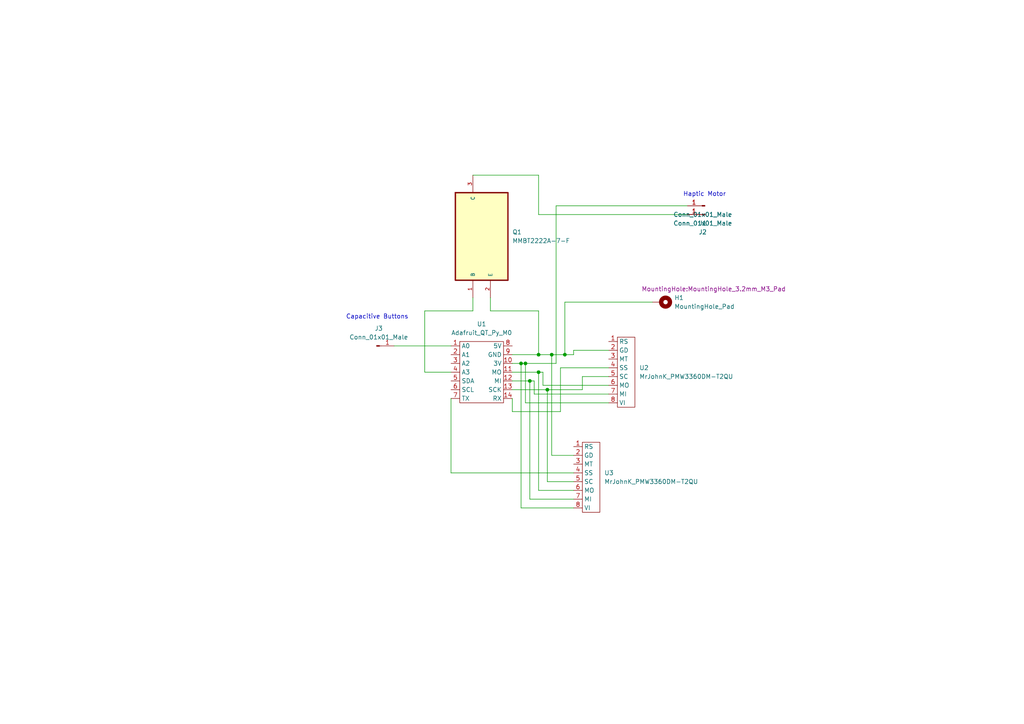
<source format=kicad_sch>
(kicad_sch (version 20211123) (generator eeschema)
  (paper "A4")
  (title_block (title "Claw Trackball") (date "2022-11-10") (rev "v01") (comment 1 "Author: Jim Palmer") (comment 2 "License: MIT"))
  (lib_symbols
    (symbol "Adafruit QT Py M0:Adafruit_QT_Py_M0"
      (property "Reference" "U" (at 0 10.16 0))
      (property "Value" "Adafruit_QT_Py_M0" (at 0 -10.16 0))
      (symbol "Adafruit_QT_Py_M0_0_1"
        (rectangle (start -6.35 8.89) (end 6.35 -8.89))
      )
      (symbol "Adafruit_QT_Py_M0_1_1"
        (pin input line (at -8.89 7.62 0) (length 2.54) (name "A0") (number "1"))
        (pin power_out line (at 8.89 2.54 180) (length 2.54) (name "3V") (number "10"))
        (pin input line (at 8.89 0 180) (length 2.54) (name "MO") (number "11"))
        (pin input line (at 8.89 -2.54 180) (length 2.54) (name "MI") (number "12"))
        (pin input line (at 8.89 -5.08 180) (length 2.54) (name "SCK") (number "13"))
        (pin input line (at 8.89 -7.62 180) (length 2.54) (name "RX") (number "14"))
        (pin input line (at -8.89 5.08 0) (length 2.54) (name "A1") (number "2"))
        (pin input line (at -8.89 2.54 0) (length 2.54) (name "A2") (number "3"))
        (pin input line (at -8.89 0 0) (length 2.54) (name "A3") (number "4"))
        (pin input line (at -8.89 -2.54 0) (length 2.54) (name "SDA") (number "5"))
        (pin input line (at -8.89 -5.08 0) (length 2.54) (name "SCL") (number "6"))
        (pin input line (at -8.89 -7.62 0) (length 2.54) (name "TX") (number "7"))
        (pin power_out line (at 8.89 7.62 180) (length 2.54) (name "5V") (number "8"))
        (pin input line (at 8.89 5.08 180) (length 2.54) (name "GND") (number "9"))
      )
    )
    (symbol "Adafruit QT Py M0:MrJohnK_PMW3360DM-T2QU"
      (property "Reference" "U" (at 0 11.43 0))
      (property "Value" "MrJohnK_PMW3360DM-T2QU" (at 3.81 0 90))
      (symbol "MrJohnK_PMW3360DM-T2QU_0_1"
        (rectangle (start -2.54 10.16) (end 2.54 -10.16))
      )
      (symbol "MrJohnK_PMW3360DM-T2QU_1_1"
        (pin input line (at -5.08 8.89 0) (length 2.54) (name "RS") (number "1"))
        (pin input line (at -5.08 6.35 0) (length 2.54) (name "GD") (number "2"))
        (pin input line (at -5.08 3.81 0) (length 2.54) (name "MT") (number "3"))
        (pin input line (at -5.08 1.27 0) (length 2.54) (name "SS") (number "4"))
        (pin input line (at -5.08 -1.27 0) (length 2.54) (name "SC") (number "5"))
        (pin input line (at -5.08 -3.81 0) (length 2.54) (name "MO") (number "6"))
        (pin input line (at -5.08 -6.35 0) (length 2.54) (name "MI") (number "7"))
        (pin power_in line (at -5.08 -8.89 0) (length 2.54) (name "VI") (number "8"))
      )
    )
    (symbol "Connector:Conn_01x01_Male" (pin_names (offset 1.016) hide)
      (property "Reference" "J" (at 0 2.54 0))
      (property "Value" "Conn_01x01_Male" (at 0 -2.54 0))
      (symbol "Conn_01x01_Male_1_1"
        (polyline (pts (xy 1.27 0) (xy 0.8636 0)) (stroke (width 0.1524)))
        (rectangle (start 0.8636 0.127) (end 0 -0.127) (stroke (width 0.1524)) (fill (type outline)))
        (pin passive line (at 5.08 0 180) (length 3.81) (name "Pin_1") (number "1"))
      )
    )
    (symbol "MMBT2222A-7-F:MMBT2222A-7-F" (pin_names (offset 1.016))
      (property "Reference" "Q" (at -8.89 6.35 0))
      (property "Value" "MMBT2222A-7-F" (at -3.2766 -14.8336 0))
      (symbol "MMBT2222A-7-F_0_0"
        (rectangle (start -12.7 -10.16) (end 12.7 5.08) (stroke (width 0.4064)) (fill (type background)))
        (pin input line (at -17.78 0 0) (length 5.08) (name "B") (number "1"))
        (pin passive line (at -17.78 -5.08 0) (length 5.08) (name "E") (number "2"))
        (pin output line (at 17.78 0 180) (length 5.08) (name "C") (number "3"))
      )
    )
    (symbol "Mechanical:MountingHole_Pad" (pin_numbers hide) (pin_names (offset 1.016) hide)
      (property "Reference" "H" (at 0 6.35 0))
      (property "Value" "MountingHole_Pad" (at 0 4.445 0))
      (symbol "MountingHole_Pad_0_1"
        (circle (center 0 1.27) (radius 1.27) (stroke (width 1.27)))
      )
      (symbol "MountingHole_Pad_1_1"
        (pin input line (at 0 -2.54 90) (length 2.54) (name "1") (number "1"))
      )
    )
  )
  (junction (at 158.75 113.03))
  (junction (at 156.21 107.95))
  (junction (at 151.13 105.41))
  (junction (at 152.4 105.41))
  (junction (at 163.83 102.87))
  (junction (at 160.02 102.87))
  (junction (at 156.21 102.87))
  (junction (at 153.67 110.49))
  (wire (pts (xy 176.53 114.3) (xy 154.94 114.3)))
  (wire (pts (xy 137.16 86.36) (xy 137.16 90.17)))
  (wire (pts (xy 148.59 105.41) (xy 151.13 105.41)))
  (wire (pts (xy 166.37 139.7) (xy 158.75 139.7)))
  (wire (pts (xy 163.83 87.63) (xy 189.23 87.63)))
  (wire (pts (xy 176.53 111.76) (xy 157.48 111.76)))
  (wire (pts (xy 158.75 113.03) (xy 168.91 113.03)))
  (wire (pts (xy 156.21 90.17) (xy 156.21 102.87)))
  (wire (pts (xy 142.24 90.17) (xy 156.21 90.17)))
  (wire (pts (xy 152.4 116.84) (xy 152.4 105.41)))
  (wire (pts (xy 176.53 116.84) (xy 152.4 116.84)))
  (wire (pts (xy 151.13 105.41) (xy 152.4 105.41)))
  (wire (pts (xy 156.21 107.95) (xy 157.48 107.95)))
  (wire (pts (xy 156.21 50.8) (xy 156.21 62.23)))
  (wire (pts (xy 163.83 87.63) (xy 163.83 102.87)))
  (wire (pts (xy 166.37 142.24) (xy 156.21 142.24)))
  (wire (pts (xy 114.3 100.33) (xy 130.81 100.33)))
  (wire (pts (xy 176.53 109.22) (xy 168.91 109.22)))
  (wire (pts (xy 163.83 102.87) (xy 166.37 102.87)))
  (wire (pts (xy 123.19 90.17) (xy 137.16 90.17)))
  (wire (pts (xy 166.37 132.08) (xy 160.02 132.08)))
  (wire (pts (xy 166.37 147.32) (xy 151.13 147.32)))
  (wire (pts (xy 168.91 109.22) (xy 168.91 113.03)))
  (wire (pts (xy 152.4 105.41) (xy 161.29 105.41)))
  (wire (pts (xy 158.75 139.7) (xy 158.75 113.03)))
  (wire (pts (xy 148.59 113.03) (xy 158.75 113.03)))
  (wire (pts (xy 156.21 102.87) (xy 160.02 102.87)))
  (wire (pts (xy 123.19 107.95) (xy 130.81 107.95)))
  (wire (pts (xy 162.56 106.68) (xy 162.56 119.38)))
  (wire (pts (xy 151.13 147.32) (xy 151.13 105.41)))
  (wire (pts (xy 162.56 119.38) (xy 148.59 119.38)))
  (wire (pts (xy 156.21 62.23) (xy 199.39 62.23)))
  (wire (pts (xy 157.48 111.76) (xy 157.48 107.95)))
  (wire (pts (xy 161.29 59.69) (xy 161.29 105.41)))
  (wire (pts (xy 161.29 59.69) (xy 199.39 59.69)))
  (wire (pts (xy 148.59 110.49) (xy 153.67 110.49)))
  (wire (pts (xy 148.59 107.95) (xy 156.21 107.95)))
  (wire (pts (xy 148.59 115.57) (xy 148.59 119.38)))
  (wire (pts (xy 153.67 110.49) (xy 154.94 110.49)))
  (wire (pts (xy 156.21 142.24) (xy 156.21 107.95)))
  (wire (pts (xy 160.02 132.08) (xy 160.02 102.87)))
  (wire (pts (xy 160.02 102.87) (xy 163.83 102.87)))
  (wire (pts (xy 123.19 107.95) (xy 123.19 90.17)))
  (wire (pts (xy 153.67 144.78) (xy 153.67 110.49)))
  (wire (pts (xy 148.59 102.87) (xy 156.21 102.87)))
  (wire (pts (xy 166.37 101.6) (xy 166.37 102.87)))
  (wire (pts (xy 154.94 114.3) (xy 154.94 110.49)))
  (wire (pts (xy 166.37 144.78) (xy 153.67 144.78)))
  (wire (pts (xy 176.53 106.68) (xy 162.56 106.68)))
  (wire (pts (xy 166.37 137.16) (xy 130.81 137.16)))
  (wire (pts (xy 142.24 86.36) (xy 142.24 90.17)))
  (wire (pts (xy 137.16 50.8) (xy 156.21 50.8)))
  (wire (pts (xy 176.53 101.6) (xy 166.37 101.6)))
  (wire (pts (xy 130.81 137.16) (xy 130.81 115.57)))
  (text "Capacitive Buttons" (at 100.33 92.71 0) (effects (font (size 1.27 1.27)) (justify left bottom)))
  (text "Haptic Motor" (at 198.12 57.15 0) (effects (font (size 1.27 1.27)) (justify left bottom)))
  (symbol (lib_id "Adafruit QT Py M0:Adafruit_QT_Py_M0") (at 139.7 107.95 0) (unit 1)
    (property "Reference" "U1" (at 139.7 93.98 0))
    (property "Value" "Adafruit_QT_Py_M0" (at 139.7 96.52 0))
    (property "Footprint" "Trackball:Adafruit_QT_PY_M0" (effects hide))
  )
  (symbol (lib_id "MMBT2222A-7-F:MMBT2222A-7-F") (at 137.16 68.58 90) (unit 1)
    (property "Reference" "Q1" (at 148.59 67.3099 90) (effects (justify right)))
    (property "Value" "MMBT2222A-7-F" (at 148.59 69.8499 90) (effects (justify right)))
    (property "Footprint" "Trackball:MMBT2222A-7-F" (effects hide))
    (property "SUPPLIER" "DIODES INC." (effects hide))
    (property "OC_FARNELL" "1773626" (effects hide))
    (property "OC_NEWARK" "51R6809" (effects hide))
    (property "PACKAGE" "SOT-23-3" (effects hide))
    (property "MPN" "MMBT2222A-7-F" (effects hide))
  )
  (symbol (lib_id "Connector:Conn_01x01_Male") (at 204.47 62.23 180) (unit 1)
    (property "Reference" "J2" (at 203.835 67.31 0))
    (property "Value" "Conn_01x01_Male" (at 203.835 64.77 0))
    (property "Footprint" "Connector_Wire:SolderWirePad_1x01_SMD_1x2mm" (effects hide))
  )
  (symbol (lib_id "Connector:Conn_01x01_Male") (at 109.22 100.33 0) (unit 1)
    (property "Reference" "J3" (at 109.855 95.25 0))
    (property "Value" "Conn_01x01_Male" (at 109.855 97.79 0))
    (property "Footprint" "Connector_Wire:SolderWirePad_1x01_SMD_1x2mm" (effects hide))
  )
  (symbol (lib_id "Mechanical:MountingHole_Pad") (at 191.77 87.63 270) (unit 1)
    (property "Reference" "H1" (at 195.58 86.3599 90) (effects (justify left)))
    (property "Value" "MountingHole_Pad" (at 195.58 88.8999 90) (effects (justify left)))
    (property "Footprint" "MountingHole:MountingHole_3.2mm_M3_Pad" (at 207.01 83.82 90))
  )
  (symbol (lib_id "Adafruit QT Py M0:MrJohnK_PMW3360DM-T2QU") (at 171.45 138.43 0) (unit 1)
    (property "Reference" "U3" (at 175.26 137.1599 0) (effects (justify left)))
    (property "Value" "MrJohnK_PMW3360DM-T2QU" (at 175.26 139.6999 0) (effects (justify left)))
    (property "Footprint" "Trackball:MrJohnK_PMW3360DM-T2QU" (effects hide))
  )
  (symbol (lib_id "Adafruit QT Py M0:MrJohnK_PMW3360DM-T2QU") (at 181.61 107.95 0) (unit 1)
    (property "Reference" "U2" (at 185.42 106.6799 0) (effects (justify left)))
    (property "Value" "MrJohnK_PMW3360DM-T2QU" (at 185.42 109.2199 0) (effects (justify left)))
    (property "Footprint" "Trackball:MrJohnK_PMW3360DM-T2QU" (effects hide))
  )
  (symbol (lib_id "Connector:Conn_01x01_Male") (at 204.47 59.69 180) (unit 1)
    (property "Reference" "J1" (at 203.835 64.77 0))
    (property "Value" "Conn_01x01_Male" (at 203.835 62.23 0))
    (property "Footprint" "Connector_Wire:SolderWirePad_1x01_SMD_1x2mm" (effects hide))
  )
)
</source>
